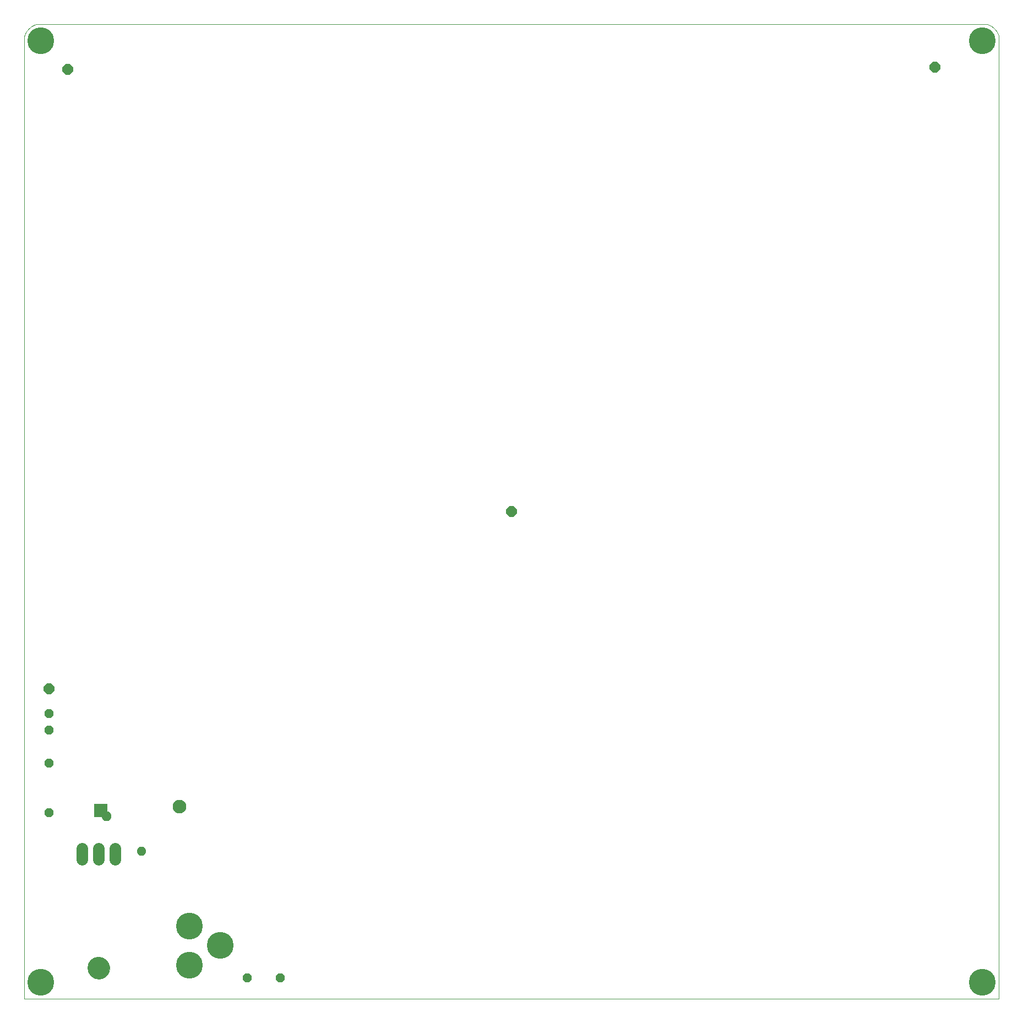
<source format=gbs>
G75*
%MOIN*%
%OFA0B0*%
%FSLAX25Y25*%
%IPPOS*%
%LPD*%
%AMOC8*
5,1,8,0,0,1.08239X$1,22.5*
%
%ADD10C,0.00000*%
%ADD11OC8,0.05600*%
%ADD12C,0.07000*%
%ADD13C,0.13400*%
%ADD14OC8,0.06400*%
%ADD15C,0.16211*%
%ADD16C,0.16200*%
%ADD17R,0.08274X0.08274*%
%ADD18C,0.08274*%
%ADD19C,0.01120*%
D10*
X0042595Y0015000D02*
X0042595Y0597500D01*
X0050095Y0605000D02*
X0625095Y0605000D01*
X0632595Y0597500D02*
X0632595Y0015000D01*
X0042595Y0015000D01*
X0081095Y0033500D02*
X0081097Y0033661D01*
X0081103Y0033821D01*
X0081113Y0033982D01*
X0081127Y0034142D01*
X0081145Y0034302D01*
X0081166Y0034461D01*
X0081192Y0034620D01*
X0081222Y0034778D01*
X0081255Y0034935D01*
X0081293Y0035092D01*
X0081334Y0035247D01*
X0081379Y0035401D01*
X0081428Y0035554D01*
X0081481Y0035706D01*
X0081537Y0035857D01*
X0081598Y0036006D01*
X0081661Y0036154D01*
X0081729Y0036300D01*
X0081800Y0036444D01*
X0081874Y0036586D01*
X0081952Y0036727D01*
X0082034Y0036865D01*
X0082119Y0037002D01*
X0082207Y0037136D01*
X0082299Y0037268D01*
X0082394Y0037398D01*
X0082492Y0037526D01*
X0082593Y0037651D01*
X0082697Y0037773D01*
X0082804Y0037893D01*
X0082914Y0038010D01*
X0083027Y0038125D01*
X0083143Y0038236D01*
X0083262Y0038345D01*
X0083383Y0038450D01*
X0083507Y0038553D01*
X0083633Y0038653D01*
X0083761Y0038749D01*
X0083892Y0038842D01*
X0084026Y0038932D01*
X0084161Y0039019D01*
X0084299Y0039102D01*
X0084438Y0039182D01*
X0084580Y0039258D01*
X0084723Y0039331D01*
X0084868Y0039400D01*
X0085015Y0039466D01*
X0085163Y0039528D01*
X0085313Y0039586D01*
X0085464Y0039641D01*
X0085617Y0039692D01*
X0085771Y0039739D01*
X0085926Y0039782D01*
X0086082Y0039821D01*
X0086238Y0039857D01*
X0086396Y0039888D01*
X0086554Y0039916D01*
X0086713Y0039940D01*
X0086873Y0039960D01*
X0087033Y0039976D01*
X0087193Y0039988D01*
X0087354Y0039996D01*
X0087515Y0040000D01*
X0087675Y0040000D01*
X0087836Y0039996D01*
X0087997Y0039988D01*
X0088157Y0039976D01*
X0088317Y0039960D01*
X0088477Y0039940D01*
X0088636Y0039916D01*
X0088794Y0039888D01*
X0088952Y0039857D01*
X0089108Y0039821D01*
X0089264Y0039782D01*
X0089419Y0039739D01*
X0089573Y0039692D01*
X0089726Y0039641D01*
X0089877Y0039586D01*
X0090027Y0039528D01*
X0090175Y0039466D01*
X0090322Y0039400D01*
X0090467Y0039331D01*
X0090610Y0039258D01*
X0090752Y0039182D01*
X0090891Y0039102D01*
X0091029Y0039019D01*
X0091164Y0038932D01*
X0091298Y0038842D01*
X0091429Y0038749D01*
X0091557Y0038653D01*
X0091683Y0038553D01*
X0091807Y0038450D01*
X0091928Y0038345D01*
X0092047Y0038236D01*
X0092163Y0038125D01*
X0092276Y0038010D01*
X0092386Y0037893D01*
X0092493Y0037773D01*
X0092597Y0037651D01*
X0092698Y0037526D01*
X0092796Y0037398D01*
X0092891Y0037268D01*
X0092983Y0037136D01*
X0093071Y0037002D01*
X0093156Y0036865D01*
X0093238Y0036727D01*
X0093316Y0036586D01*
X0093390Y0036444D01*
X0093461Y0036300D01*
X0093529Y0036154D01*
X0093592Y0036006D01*
X0093653Y0035857D01*
X0093709Y0035706D01*
X0093762Y0035554D01*
X0093811Y0035401D01*
X0093856Y0035247D01*
X0093897Y0035092D01*
X0093935Y0034935D01*
X0093968Y0034778D01*
X0093998Y0034620D01*
X0094024Y0034461D01*
X0094045Y0034302D01*
X0094063Y0034142D01*
X0094077Y0033982D01*
X0094087Y0033821D01*
X0094093Y0033661D01*
X0094095Y0033500D01*
X0094093Y0033339D01*
X0094087Y0033179D01*
X0094077Y0033018D01*
X0094063Y0032858D01*
X0094045Y0032698D01*
X0094024Y0032539D01*
X0093998Y0032380D01*
X0093968Y0032222D01*
X0093935Y0032065D01*
X0093897Y0031908D01*
X0093856Y0031753D01*
X0093811Y0031599D01*
X0093762Y0031446D01*
X0093709Y0031294D01*
X0093653Y0031143D01*
X0093592Y0030994D01*
X0093529Y0030846D01*
X0093461Y0030700D01*
X0093390Y0030556D01*
X0093316Y0030414D01*
X0093238Y0030273D01*
X0093156Y0030135D01*
X0093071Y0029998D01*
X0092983Y0029864D01*
X0092891Y0029732D01*
X0092796Y0029602D01*
X0092698Y0029474D01*
X0092597Y0029349D01*
X0092493Y0029227D01*
X0092386Y0029107D01*
X0092276Y0028990D01*
X0092163Y0028875D01*
X0092047Y0028764D01*
X0091928Y0028655D01*
X0091807Y0028550D01*
X0091683Y0028447D01*
X0091557Y0028347D01*
X0091429Y0028251D01*
X0091298Y0028158D01*
X0091164Y0028068D01*
X0091029Y0027981D01*
X0090891Y0027898D01*
X0090752Y0027818D01*
X0090610Y0027742D01*
X0090467Y0027669D01*
X0090322Y0027600D01*
X0090175Y0027534D01*
X0090027Y0027472D01*
X0089877Y0027414D01*
X0089726Y0027359D01*
X0089573Y0027308D01*
X0089419Y0027261D01*
X0089264Y0027218D01*
X0089108Y0027179D01*
X0088952Y0027143D01*
X0088794Y0027112D01*
X0088636Y0027084D01*
X0088477Y0027060D01*
X0088317Y0027040D01*
X0088157Y0027024D01*
X0087997Y0027012D01*
X0087836Y0027004D01*
X0087675Y0027000D01*
X0087515Y0027000D01*
X0087354Y0027004D01*
X0087193Y0027012D01*
X0087033Y0027024D01*
X0086873Y0027040D01*
X0086713Y0027060D01*
X0086554Y0027084D01*
X0086396Y0027112D01*
X0086238Y0027143D01*
X0086082Y0027179D01*
X0085926Y0027218D01*
X0085771Y0027261D01*
X0085617Y0027308D01*
X0085464Y0027359D01*
X0085313Y0027414D01*
X0085163Y0027472D01*
X0085015Y0027534D01*
X0084868Y0027600D01*
X0084723Y0027669D01*
X0084580Y0027742D01*
X0084438Y0027818D01*
X0084299Y0027898D01*
X0084161Y0027981D01*
X0084026Y0028068D01*
X0083892Y0028158D01*
X0083761Y0028251D01*
X0083633Y0028347D01*
X0083507Y0028447D01*
X0083383Y0028550D01*
X0083262Y0028655D01*
X0083143Y0028764D01*
X0083027Y0028875D01*
X0082914Y0028990D01*
X0082804Y0029107D01*
X0082697Y0029227D01*
X0082593Y0029349D01*
X0082492Y0029474D01*
X0082394Y0029602D01*
X0082299Y0029732D01*
X0082207Y0029864D01*
X0082119Y0029998D01*
X0082034Y0030135D01*
X0081952Y0030273D01*
X0081874Y0030414D01*
X0081800Y0030556D01*
X0081729Y0030700D01*
X0081661Y0030846D01*
X0081598Y0030994D01*
X0081537Y0031143D01*
X0081481Y0031294D01*
X0081428Y0031446D01*
X0081379Y0031599D01*
X0081334Y0031753D01*
X0081293Y0031908D01*
X0081255Y0032065D01*
X0081222Y0032222D01*
X0081192Y0032380D01*
X0081166Y0032539D01*
X0081145Y0032698D01*
X0081127Y0032858D01*
X0081113Y0033018D01*
X0081103Y0033179D01*
X0081097Y0033339D01*
X0081095Y0033500D01*
X0042596Y0597500D02*
X0042667Y0597749D01*
X0042743Y0597995D01*
X0042826Y0598239D01*
X0042915Y0598482D01*
X0043009Y0598722D01*
X0043110Y0598960D01*
X0043216Y0599195D01*
X0043327Y0599428D01*
X0043445Y0599658D01*
X0043567Y0599885D01*
X0043696Y0600109D01*
X0043829Y0600330D01*
X0043968Y0600547D01*
X0044112Y0600761D01*
X0044261Y0600972D01*
X0044415Y0601179D01*
X0044575Y0601382D01*
X0044739Y0601581D01*
X0044908Y0601777D01*
X0045081Y0601968D01*
X0045259Y0602154D01*
X0045442Y0602337D01*
X0045628Y0602515D01*
X0045819Y0602688D01*
X0046015Y0602857D01*
X0046214Y0603021D01*
X0046417Y0603181D01*
X0046624Y0603335D01*
X0046835Y0603484D01*
X0047049Y0603628D01*
X0047266Y0603767D01*
X0047487Y0603900D01*
X0047711Y0604029D01*
X0047938Y0604151D01*
X0048168Y0604269D01*
X0048401Y0604380D01*
X0048636Y0604486D01*
X0048874Y0604587D01*
X0049114Y0604681D01*
X0049357Y0604770D01*
X0049601Y0604853D01*
X0049847Y0604929D01*
X0050096Y0605000D01*
X0625095Y0605000D02*
X0625344Y0604929D01*
X0625590Y0604853D01*
X0625834Y0604770D01*
X0626077Y0604681D01*
X0626317Y0604587D01*
X0626555Y0604486D01*
X0626790Y0604380D01*
X0627023Y0604269D01*
X0627253Y0604151D01*
X0627480Y0604029D01*
X0627704Y0603900D01*
X0627925Y0603767D01*
X0628142Y0603628D01*
X0628356Y0603484D01*
X0628567Y0603335D01*
X0628774Y0603181D01*
X0628977Y0603021D01*
X0629176Y0602857D01*
X0629372Y0602688D01*
X0629563Y0602515D01*
X0629749Y0602337D01*
X0629932Y0602154D01*
X0630110Y0601968D01*
X0630283Y0601777D01*
X0630452Y0601581D01*
X0630616Y0601382D01*
X0630776Y0601179D01*
X0630930Y0600972D01*
X0631079Y0600761D01*
X0631223Y0600547D01*
X0631362Y0600330D01*
X0631495Y0600109D01*
X0631624Y0599885D01*
X0631746Y0599658D01*
X0631864Y0599428D01*
X0631975Y0599195D01*
X0632081Y0598960D01*
X0632182Y0598722D01*
X0632276Y0598482D01*
X0632365Y0598239D01*
X0632448Y0597995D01*
X0632524Y0597749D01*
X0632595Y0597500D01*
D11*
X0197595Y0027500D03*
X0177595Y0027500D03*
X0057595Y0127500D03*
X0057595Y0157500D03*
X0057595Y0177500D03*
X0057595Y0187500D03*
D12*
X0077595Y0105800D02*
X0077595Y0099200D01*
X0087595Y0099200D02*
X0087595Y0105800D01*
X0097595Y0105800D02*
X0097595Y0099200D01*
D13*
X0087595Y0033500D03*
D14*
X0057595Y0202500D03*
X0337595Y0310000D03*
X0593845Y0578750D03*
X0068845Y0577500D03*
D15*
X0052595Y0595000D03*
X0052595Y0025000D03*
X0622595Y0025000D03*
X0622595Y0595000D03*
D16*
X0142595Y0058937D03*
X0161099Y0047126D03*
X0142595Y0035315D03*
D17*
X0088845Y0128750D03*
D18*
X0136345Y0131250D03*
D19*
X0113011Y0106072D02*
X0112451Y0106632D01*
X0114307Y0106632D01*
X0115618Y0105321D01*
X0115618Y0103465D01*
X0114307Y0102154D01*
X0112451Y0102154D01*
X0111140Y0103465D01*
X0111140Y0105321D01*
X0112451Y0106632D01*
X0112799Y0105792D01*
X0113959Y0105792D01*
X0114778Y0104973D01*
X0114778Y0103813D01*
X0113959Y0102994D01*
X0112799Y0102994D01*
X0111980Y0103813D01*
X0111980Y0104973D01*
X0112799Y0105792D01*
X0113147Y0104952D01*
X0113611Y0104952D01*
X0113938Y0104625D01*
X0113938Y0104161D01*
X0113611Y0103834D01*
X0113147Y0103834D01*
X0112820Y0104161D01*
X0112820Y0104625D01*
X0113147Y0104952D01*
X0091798Y0127286D02*
X0091238Y0127846D01*
X0093094Y0127846D01*
X0094405Y0126535D01*
X0094405Y0124679D01*
X0093094Y0123368D01*
X0091238Y0123368D01*
X0089927Y0124679D01*
X0089927Y0126535D01*
X0091238Y0127846D01*
X0091586Y0127006D01*
X0092746Y0127006D01*
X0093565Y0126187D01*
X0093565Y0125027D01*
X0092746Y0124208D01*
X0091586Y0124208D01*
X0090767Y0125027D01*
X0090767Y0126187D01*
X0091586Y0127006D01*
X0091934Y0126166D01*
X0092398Y0126166D01*
X0092725Y0125839D01*
X0092725Y0125375D01*
X0092398Y0125048D01*
X0091934Y0125048D01*
X0091607Y0125375D01*
X0091607Y0125839D01*
X0091934Y0126166D01*
M02*

</source>
